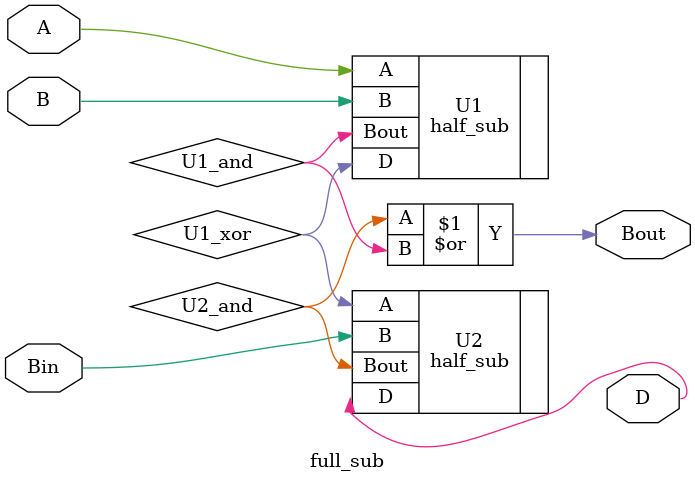
<source format=v>
`timescale 1ns / 1ps

module full_sub(
    input A,
    input B, 
    input Bin, 
    output D, 
    output Bout
    );

    wire U1_xor; 
    wire U1_and; 
    wire U2_and;

    half_sub U1 (
        .A(A), 
        .B(B), 
        .D(U1_xor), 
        .Bout(U1_and)
    );

    half_sub U2 (
        .A(U1_xor), 
        .B(Bin), 
        .D(D), 
        .Bout(U2_and)
    );

    assign Bout = U2_and | U1_and;

endmodule

</source>
